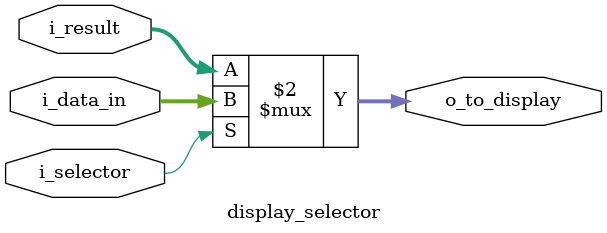
<source format=sv>
module display_selector(
        input  logic        i_selector,
        input  logic [15:0] i_data_in,
        input  logic [15:0] i_result,
        output logic [15:0] o_to_display
    );

    assign o_to_display = (i_selector == 'd1) ? i_data_in : i_result;

endmodule
</source>
